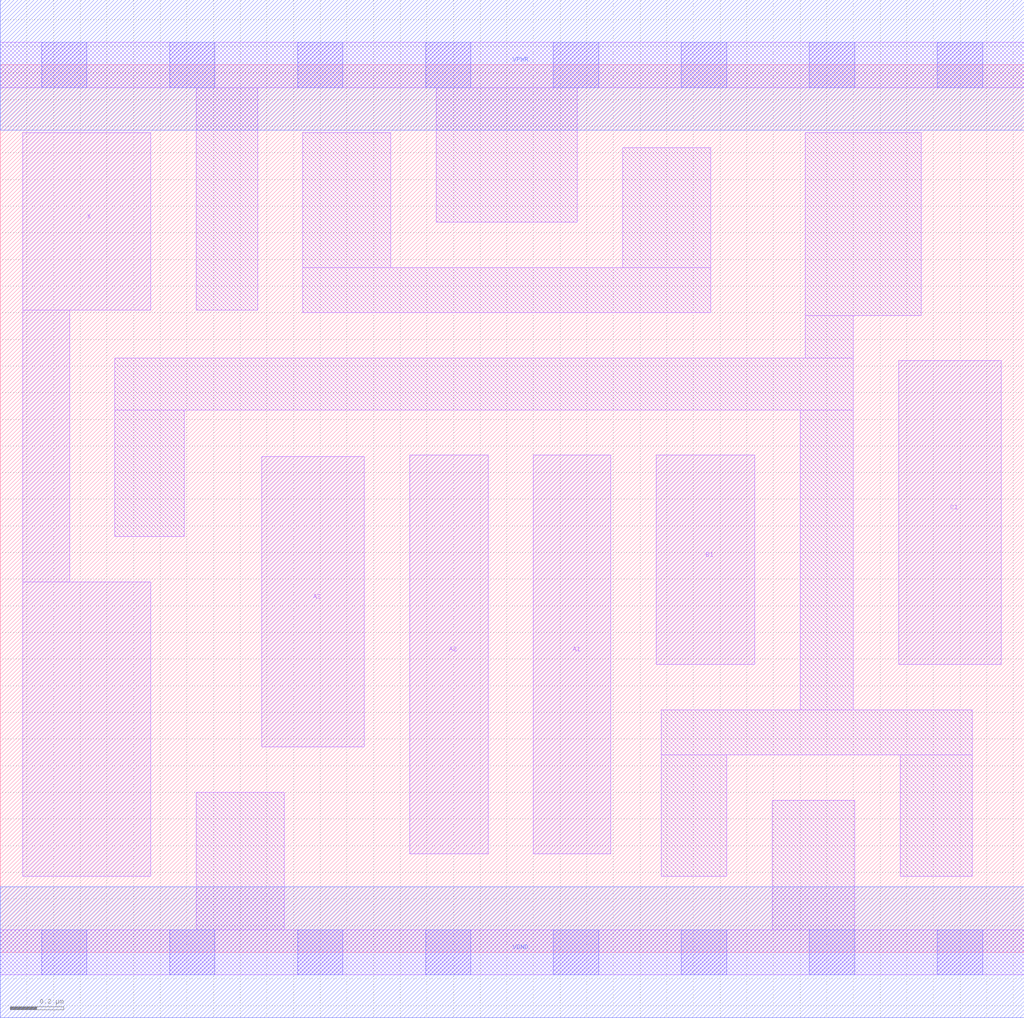
<source format=lef>
# Copyright 2020 The SkyWater PDK Authors
#
# Licensed under the Apache License, Version 2.0 (the "License");
# you may not use this file except in compliance with the License.
# You may obtain a copy of the License at
#
#     https://www.apache.org/licenses/LICENSE-2.0
#
# Unless required by applicable law or agreed to in writing, software
# distributed under the License is distributed on an "AS IS" BASIS,
# WITHOUT WARRANTIES OR CONDITIONS OF ANY KIND, either express or implied.
# See the License for the specific language governing permissions and
# limitations under the License.
#
# SPDX-License-Identifier: Apache-2.0

VERSION 5.7 ;
  NAMESCASESENSITIVE ON ;
  NOWIREEXTENSIONATPIN ON ;
  DIVIDERCHAR "/" ;
  BUSBITCHARS "[]" ;
UNITS
  DATABASE MICRONS 200 ;
END UNITS
MACRO sky130_fd_sc_lp__a311o_0
  CLASS CORE ;
  SOURCE USER ;
  FOREIGN sky130_fd_sc_lp__a311o_0 ;
  ORIGIN  0.000000  0.000000 ;
  SIZE  3.840000 BY  3.330000 ;
  SYMMETRY X Y R90 ;
  SITE unit ;
  PIN A1
    ANTENNAGATEAREA  0.159000 ;
    DIRECTION INPUT ;
    USE SIGNAL ;
    PORT
      LAYER li1 ;
        RECT 2.000000 0.370000 2.290000 1.865000 ;
    END
  END A1
  PIN A2
    ANTENNAGATEAREA  0.159000 ;
    DIRECTION INPUT ;
    USE SIGNAL ;
    PORT
      LAYER li1 ;
        RECT 1.535000 0.370000 1.830000 1.865000 ;
    END
  END A2
  PIN A3
    ANTENNAGATEAREA  0.159000 ;
    DIRECTION INPUT ;
    USE SIGNAL ;
    PORT
      LAYER li1 ;
        RECT 0.980000 0.770000 1.365000 1.860000 ;
    END
  END A3
  PIN B1
    ANTENNAGATEAREA  0.159000 ;
    DIRECTION INPUT ;
    USE SIGNAL ;
    PORT
      LAYER li1 ;
        RECT 2.460000 1.080000 2.830000 1.865000 ;
    END
  END B1
  PIN C1
    ANTENNAGATEAREA  0.159000 ;
    DIRECTION INPUT ;
    USE SIGNAL ;
    PORT
      LAYER li1 ;
        RECT 3.370000 1.080000 3.755000 2.220000 ;
    END
  END C1
  PIN X
    ANTENNADIFFAREA  0.293700 ;
    DIRECTION OUTPUT ;
    USE SIGNAL ;
    PORT
      LAYER li1 ;
        RECT 0.085000 0.285000 0.565000 1.390000 ;
        RECT 0.085000 1.390000 0.260000 2.410000 ;
        RECT 0.085000 2.410000 0.565000 3.075000 ;
    END
  END X
  PIN VGND
    DIRECTION INOUT ;
    USE GROUND ;
    PORT
      LAYER met1 ;
        RECT 0.000000 -0.245000 3.840000 0.245000 ;
    END
  END VGND
  PIN VPWR
    DIRECTION INOUT ;
    USE POWER ;
    PORT
      LAYER met1 ;
        RECT 0.000000 3.085000 3.840000 3.575000 ;
    END
  END VPWR
  OBS
    LAYER li1 ;
      RECT 0.000000 -0.085000 3.840000 0.085000 ;
      RECT 0.000000  3.245000 3.840000 3.415000 ;
      RECT 0.430000  1.560000 0.690000 2.035000 ;
      RECT 0.430000  2.035000 3.200000 2.230000 ;
      RECT 0.735000  0.085000 1.065000 0.600000 ;
      RECT 0.735000  2.410000 0.965000 3.245000 ;
      RECT 1.135000  2.400000 2.665000 2.570000 ;
      RECT 1.135000  2.570000 1.465000 3.075000 ;
      RECT 1.635000  2.740000 2.165000 3.245000 ;
      RECT 2.335000  2.570000 2.665000 3.020000 ;
      RECT 2.480000  0.285000 2.725000 0.740000 ;
      RECT 2.480000  0.740000 3.645000 0.910000 ;
      RECT 2.895000  0.085000 3.205000 0.570000 ;
      RECT 3.000000  0.910000 3.200000 2.035000 ;
      RECT 3.020000  2.230000 3.200000 2.390000 ;
      RECT 3.020000  2.390000 3.455000 3.075000 ;
      RECT 3.375000  0.285000 3.645000 0.740000 ;
    LAYER mcon ;
      RECT 0.155000 -0.085000 0.325000 0.085000 ;
      RECT 0.155000  3.245000 0.325000 3.415000 ;
      RECT 0.635000 -0.085000 0.805000 0.085000 ;
      RECT 0.635000  3.245000 0.805000 3.415000 ;
      RECT 1.115000 -0.085000 1.285000 0.085000 ;
      RECT 1.115000  3.245000 1.285000 3.415000 ;
      RECT 1.595000 -0.085000 1.765000 0.085000 ;
      RECT 1.595000  3.245000 1.765000 3.415000 ;
      RECT 2.075000 -0.085000 2.245000 0.085000 ;
      RECT 2.075000  3.245000 2.245000 3.415000 ;
      RECT 2.555000 -0.085000 2.725000 0.085000 ;
      RECT 2.555000  3.245000 2.725000 3.415000 ;
      RECT 3.035000 -0.085000 3.205000 0.085000 ;
      RECT 3.035000  3.245000 3.205000 3.415000 ;
      RECT 3.515000 -0.085000 3.685000 0.085000 ;
      RECT 3.515000  3.245000 3.685000 3.415000 ;
  END
END sky130_fd_sc_lp__a311o_0
END LIBRARY

</source>
